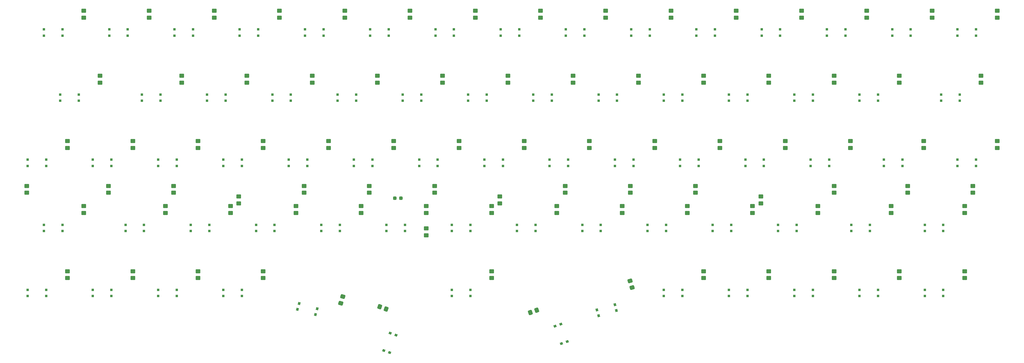
<source format=gtp>
G04 #@! TF.GenerationSoftware,KiCad,Pcbnew,(6.0.7-1)-1*
G04 #@! TF.CreationDate,2022-08-16T19:54:08+02:00*
G04 #@! TF.ProjectId,keychron-optical-keyboard,6b657963-6872-46f6-9e2d-6f7074696361,rev?*
G04 #@! TF.SameCoordinates,Original*
G04 #@! TF.FileFunction,Paste,Top*
G04 #@! TF.FilePolarity,Positive*
%FSLAX46Y46*%
G04 Gerber Fmt 4.6, Leading zero omitted, Abs format (unit mm)*
G04 Created by KiCad (PCBNEW (6.0.7-1)-1) date 2022-08-16 19:54:08*
%MOMM*%
%LPD*%
G01*
G04 APERTURE LIST*
G04 Aperture macros list*
%AMRoundRect*
0 Rectangle with rounded corners*
0 $1 Rounding radius*
0 $2 $3 $4 $5 $6 $7 $8 $9 X,Y pos of 4 corners*
0 Add a 4 corners polygon primitive as box body*
4,1,4,$2,$3,$4,$5,$6,$7,$8,$9,$2,$3,0*
0 Add four circle primitives for the rounded corners*
1,1,$1+$1,$2,$3*
1,1,$1+$1,$4,$5*
1,1,$1+$1,$6,$7*
1,1,$1+$1,$8,$9*
0 Add four rect primitives between the rounded corners*
20,1,$1+$1,$2,$3,$4,$5,0*
20,1,$1+$1,$4,$5,$6,$7,0*
20,1,$1+$1,$6,$7,$8,$9,0*
20,1,$1+$1,$8,$9,$2,$3,0*%
%AMRotRect*
0 Rectangle, with rotation*
0 The origin of the aperture is its center*
0 $1 length*
0 $2 width*
0 $3 Rotation angle, in degrees counterclockwise*
0 Add horizontal line*
21,1,$1,$2,0,0,$3*%
G04 Aperture macros list end*
%ADD10RoundRect,0.250000X0.450000X-0.350000X0.450000X0.350000X-0.450000X0.350000X-0.450000X-0.350000X0*%
%ADD11RoundRect,0.250000X-0.450000X0.350000X-0.450000X-0.350000X0.450000X-0.350000X0.450000X0.350000X0*%
%ADD12R,0.700000X0.800000*%
%ADD13RotRect,0.700000X0.800000X70.000000*%
%ADD14RoundRect,0.237500X-0.287500X-0.237500X0.287500X-0.237500X0.287500X0.237500X-0.287500X0.237500X0*%
%ADD15RoundRect,0.250000X-0.529041X0.212405X-0.336095X-0.460478X0.529041X-0.212405X0.336095X0.460478X0*%
%ADD16RotRect,0.700000X0.800000X110.000000*%
%ADD17RoundRect,0.250000X-0.482801X-0.303155X0.174983X-0.542569X0.482801X0.303155X-0.174983X0.542569X0*%
%ADD18RoundRect,0.250000X-0.174983X-0.542569X0.482801X-0.303155X0.174983X0.542569X-0.482801X0.303155X0*%
%ADD19RotRect,0.700000X0.800000X16.000000*%
%ADD20RoundRect,0.250000X-0.336095X0.460478X-0.529041X-0.212405X0.336095X-0.460478X0.529041X0.212405X0*%
%ADD21RotRect,0.700000X0.800000X344.000000*%
G04 APERTURE END LIST*
D10*
X186450000Y-50600000D03*
X186450000Y-48600000D03*
D11*
X32049999Y-16500000D03*
X32049999Y-18500000D03*
X288550000Y-16500000D03*
X288550000Y-18500000D03*
D12*
X268100000Y-2950000D03*
X268100000Y-4750000D03*
X262700000Y-4750000D03*
X262700000Y-2950000D03*
D11*
X79550000Y-73500000D03*
X79550000Y-75500000D03*
X217300000Y2500000D03*
X217300000Y500000D03*
X41550000Y-73500000D03*
X41550000Y-75500000D03*
X79550000Y-35500000D03*
X79550000Y-37500000D03*
D12*
X16350000Y-40950000D03*
X16350000Y-42750000D03*
X10950000Y-42750000D03*
X10950000Y-40950000D03*
D11*
X160300000Y2500000D03*
X160300000Y500000D03*
D10*
X127050000Y-63000000D03*
X127050000Y-61000000D03*
D12*
X277600000Y-78950000D03*
X277600000Y-80750000D03*
X272200000Y-80750000D03*
X272200000Y-78950000D03*
D11*
X245800000Y-73500000D03*
X245800000Y-75500000D03*
D12*
X92350000Y-40950000D03*
X92350000Y-42750000D03*
X86950000Y-42750000D03*
X86950000Y-40950000D03*
X139850000Y-59950000D03*
X139850000Y-61750000D03*
X134450000Y-61750000D03*
X134450000Y-59950000D03*
D11*
X131800000Y-16500000D03*
X131800000Y-18500000D03*
X60550000Y-35500000D03*
X60550000Y-37500000D03*
D12*
X135100000Y-2950000D03*
X135100000Y-4750000D03*
X129700000Y-4750000D03*
X129700000Y-2950000D03*
X73350000Y-78950000D03*
X73350000Y-80750000D03*
X67950000Y-80750000D03*
X67950000Y-78950000D03*
D11*
X141300000Y2500000D03*
X141300000Y500000D03*
D12*
X201600000Y-78950000D03*
X201600000Y-80750000D03*
X196200000Y-80750000D03*
X196200000Y-78950000D03*
D11*
X198300000Y2500000D03*
X198300000Y500000D03*
D12*
X282350000Y-21950000D03*
X282350000Y-23750000D03*
X276950000Y-23750000D03*
X276950000Y-21950000D03*
X187350000Y-40950000D03*
X187350000Y-42750000D03*
X181950000Y-42750000D03*
X181950000Y-40950000D03*
D11*
X27300000Y2500000D03*
X27300000Y500000D03*
D10*
X286200000Y-50600000D03*
X286200000Y-48600000D03*
D12*
X130350000Y-40950000D03*
X130350000Y-42750000D03*
X124950000Y-42750000D03*
X124950000Y-40950000D03*
D11*
X283800000Y-54500000D03*
X283800000Y-56500000D03*
D12*
X154100000Y-2950000D03*
X154100000Y-4750000D03*
X148700000Y-4750000D03*
X148700000Y-2950000D03*
D13*
X116490336Y-91535605D03*
X118181782Y-92151241D03*
X116334873Y-97225581D03*
X114643427Y-96609945D03*
D11*
X84300000Y2500000D03*
X84300000Y500000D03*
D12*
X287100000Y-2950000D03*
X287100000Y-4750000D03*
X281700000Y-4750000D03*
X281700000Y-2950000D03*
X87600000Y-21950000D03*
X87600000Y-23750000D03*
X82200000Y-23750000D03*
X82200000Y-21950000D03*
X220600000Y-78950000D03*
X220600000Y-80750000D03*
X215200000Y-80750000D03*
X215200000Y-78950000D03*
D11*
X93800000Y-16500000D03*
X93800000Y-18500000D03*
D10*
X91450000Y-50600000D03*
X91450000Y-48600000D03*
X167450000Y-50600000D03*
X167450000Y-48600000D03*
D12*
X249100000Y-2950000D03*
X249100000Y-4750000D03*
X243700000Y-4750000D03*
X243700000Y-2950000D03*
X101850000Y-59950000D03*
X101850000Y-61750000D03*
X96450000Y-61750000D03*
X96450000Y-59950000D03*
D11*
X293300000Y2500000D03*
X293300000Y500000D03*
D12*
X287100000Y-40950000D03*
X287100000Y-42750000D03*
X281700000Y-42750000D03*
X281700000Y-40950000D03*
D11*
X117550000Y-35500000D03*
X117550000Y-37500000D03*
D12*
X277600000Y-59950000D03*
X277600000Y-61750000D03*
X272200000Y-61750000D03*
X272200000Y-59950000D03*
D11*
X146050000Y-73500000D03*
X146050000Y-75500000D03*
X174550000Y-35500000D03*
X174550000Y-37500000D03*
X271925000Y-35500000D03*
X271925000Y-37500000D03*
X122300000Y2500000D03*
X122300000Y500000D03*
D12*
X106600000Y-21950000D03*
X106600000Y-23750000D03*
X101200000Y-23750000D03*
X101200000Y-21950000D03*
X220600000Y-21950000D03*
X220600000Y-23750000D03*
X215200000Y-23750000D03*
X215200000Y-21950000D03*
D10*
X205450000Y-50600000D03*
X205450000Y-48600000D03*
D12*
X239600000Y-21950000D03*
X239600000Y-23750000D03*
X234200000Y-23750000D03*
X234200000Y-21950000D03*
X244350000Y-40950000D03*
X244350000Y-42750000D03*
X238950000Y-42750000D03*
X238950000Y-40950000D03*
D11*
X231550000Y-35500000D03*
X231550000Y-37500000D03*
D12*
X40100000Y-2950000D03*
X40100000Y-4750000D03*
X34700000Y-4750000D03*
X34700000Y-2950000D03*
D14*
X117875000Y-52200000D03*
X119625000Y-52200000D03*
D12*
X63850000Y-59950000D03*
X63850000Y-61750000D03*
X58450000Y-61750000D03*
X58450000Y-59950000D03*
X149350000Y-40950000D03*
X149350000Y-42750000D03*
X143950000Y-42750000D03*
X143950000Y-40950000D03*
X116100000Y-2950000D03*
X116100000Y-4750000D03*
X110700000Y-4750000D03*
X110700000Y-2950000D03*
D11*
X293300000Y-35500000D03*
X293300000Y-37500000D03*
X226800000Y-16500000D03*
X226800000Y-18500000D03*
D12*
X258600000Y-21950000D03*
X258600000Y-23750000D03*
X253200000Y-23750000D03*
X253200000Y-21950000D03*
D11*
X103300000Y2500000D03*
X103300000Y500000D03*
D12*
X163600000Y-21950000D03*
X163600000Y-23750000D03*
X158200000Y-23750000D03*
X158200000Y-21950000D03*
D11*
X264800000Y-73500000D03*
X264800000Y-75500000D03*
D15*
X186389379Y-76309055D03*
X186940653Y-78231579D03*
D12*
X139850000Y-78950000D03*
X139850000Y-80750000D03*
X134450000Y-80750000D03*
X134450000Y-78950000D03*
D11*
X283800000Y-73500000D03*
X283800000Y-75500000D03*
X112800000Y-16500000D03*
X112800000Y-18500000D03*
X41550000Y-35500000D03*
X41550000Y-37500000D03*
D12*
X173100000Y-2950000D03*
X173100000Y-4750000D03*
X167700000Y-4750000D03*
X167700000Y-2950000D03*
D11*
X27300000Y-54500000D03*
X27300000Y-56500000D03*
X65300000Y2500000D03*
X65300000Y500000D03*
X55800000Y-16500000D03*
X55800000Y-18500000D03*
D12*
X44850000Y-59950000D03*
X44850000Y-61750000D03*
X39450000Y-61750000D03*
X39450000Y-59950000D03*
X201600000Y-21950000D03*
X201600000Y-23750000D03*
X196200000Y-23750000D03*
X196200000Y-21950000D03*
X54350000Y-40950000D03*
X54350000Y-42750000D03*
X48950000Y-42750000D03*
X48950000Y-40950000D03*
X168350000Y-40950000D03*
X168350000Y-42750000D03*
X162950000Y-42750000D03*
X162950000Y-40950000D03*
D10*
X10700000Y-50600000D03*
X10700000Y-48600000D03*
D12*
X68600000Y-21950000D03*
X68600000Y-23750000D03*
X63200000Y-23750000D03*
X63200000Y-21950000D03*
D11*
X22550000Y-35500000D03*
X22550000Y-37500000D03*
D12*
X196850000Y-59950000D03*
X196850000Y-61750000D03*
X191450000Y-61750000D03*
X191450000Y-59950000D03*
D10*
X72450000Y-53700000D03*
X72450000Y-51700000D03*
D11*
X207800000Y-16500000D03*
X207800000Y-18500000D03*
D10*
X245825000Y-50600000D03*
X245825000Y-48600000D03*
X110450000Y-50600000D03*
X110450000Y-48600000D03*
D12*
X211100000Y-2950000D03*
X211100000Y-4750000D03*
X205700000Y-4750000D03*
X205700000Y-2950000D03*
X215850000Y-59950000D03*
X215850000Y-61750000D03*
X210450000Y-61750000D03*
X210450000Y-59950000D03*
D11*
X250550000Y-35500000D03*
X250550000Y-37500000D03*
D16*
X164553851Y-89517686D03*
X166245298Y-88902050D03*
X168092206Y-93976390D03*
X166400760Y-94592026D03*
D11*
X98550000Y-35500000D03*
X98550000Y-37500000D03*
D12*
X73350000Y-40950000D03*
X73350000Y-42750000D03*
X67950000Y-42750000D03*
X67950000Y-40950000D03*
X120850000Y-59950000D03*
X120850000Y-61750000D03*
X115450000Y-61750000D03*
X115450000Y-59950000D03*
X230100000Y-2950000D03*
X230100000Y-4750000D03*
X224700000Y-4750000D03*
X224700000Y-2950000D03*
D11*
X236300000Y2500000D03*
X236300000Y500000D03*
D12*
X182600000Y-21950000D03*
X182600000Y-23750000D03*
X177200000Y-23750000D03*
X177200000Y-21950000D03*
D11*
X241050000Y-54500000D03*
X241050000Y-56500000D03*
X226800000Y-73500000D03*
X226800000Y-75500000D03*
X74800000Y-16500000D03*
X74800000Y-18500000D03*
D17*
X113489535Y-83845501D03*
X115368921Y-84529541D03*
D11*
X188800000Y-16500000D03*
X188800000Y-18500000D03*
X136550000Y-35500000D03*
X136550000Y-37500000D03*
D10*
X34450000Y-50600000D03*
X34450000Y-48600000D03*
D12*
X225350000Y-40950000D03*
X225350000Y-42750000D03*
X219950000Y-42750000D03*
X219950000Y-40950000D03*
D11*
X70050000Y-54500000D03*
X70050000Y-56500000D03*
X155550000Y-35500000D03*
X155550000Y-37500000D03*
D12*
X59100000Y-2950000D03*
X59100000Y-4750000D03*
X53700000Y-4750000D03*
X53700000Y-2950000D03*
D11*
X212550000Y-35500000D03*
X212550000Y-37500000D03*
D12*
X82850000Y-59950000D03*
X82850000Y-61750000D03*
X77450000Y-61750000D03*
X77450000Y-59950000D03*
D11*
X245800000Y-16500000D03*
X245800000Y-18500000D03*
X184050000Y-54500000D03*
X184050000Y-56500000D03*
D18*
X157312001Y-85555601D03*
X159191387Y-84871561D03*
D12*
X21100000Y-2950000D03*
X21100000Y-4750000D03*
X15700000Y-4750000D03*
X15700000Y-2950000D03*
D11*
X127050000Y-54500000D03*
X127050000Y-56500000D03*
D12*
X78100000Y-2950000D03*
X78100000Y-4750000D03*
X72700000Y-4750000D03*
X72700000Y-2950000D03*
X21100000Y-59950000D03*
X21100000Y-61750000D03*
X15700000Y-61750000D03*
X15700000Y-59950000D03*
X35350000Y-40950000D03*
X35350000Y-42750000D03*
X29950000Y-42750000D03*
X29950000Y-40950000D03*
D11*
X262425000Y-54500000D03*
X262425000Y-56500000D03*
X207800000Y-73500000D03*
X207800000Y-75500000D03*
D10*
X148450000Y-53700000D03*
X148450000Y-51700000D03*
D11*
X22550000Y-73500000D03*
X22550000Y-75500000D03*
D12*
X206350000Y-40950000D03*
X206350000Y-42750000D03*
X200950000Y-42750000D03*
X200950000Y-40950000D03*
D11*
X222050000Y-54500000D03*
X222050000Y-56500000D03*
D12*
X54350000Y-78950000D03*
X54350000Y-80750000D03*
X48950000Y-80750000D03*
X48950000Y-78950000D03*
D11*
X60550000Y-73500000D03*
X60550000Y-75500000D03*
D12*
X192100000Y-2950000D03*
X192100000Y-4750000D03*
X186700000Y-4750000D03*
X186700000Y-2950000D03*
D11*
X46300000Y2500000D03*
X46300000Y500000D03*
X150800000Y-16500000D03*
X150800000Y-18500000D03*
D12*
X25850000Y-21950000D03*
X25850000Y-23750000D03*
X20450000Y-23750000D03*
X20450000Y-21950000D03*
X239600000Y-78950000D03*
X239600000Y-80750000D03*
X234200000Y-80750000D03*
X234200000Y-78950000D03*
X35350000Y-78950000D03*
X35350000Y-80750000D03*
X29950000Y-80750000D03*
X29950000Y-78950000D03*
D10*
X129450000Y-50600000D03*
X129450000Y-48600000D03*
D11*
X108050000Y-54500000D03*
X108050000Y-56500000D03*
D12*
X256225000Y-59950000D03*
X256225000Y-61750000D03*
X250825000Y-61750000D03*
X250825000Y-59950000D03*
D11*
X146050000Y-54500000D03*
X146050000Y-56500000D03*
X255300000Y2500000D03*
X255300000Y500000D03*
X264800000Y-16500000D03*
X264800000Y-18500000D03*
D10*
X53450000Y-50600000D03*
X53450000Y-48600000D03*
D12*
X258600000Y-78950000D03*
X258600000Y-80750000D03*
X253200000Y-80750000D03*
X253200000Y-78950000D03*
X49600000Y-21950000D03*
X49600000Y-23750000D03*
X44200000Y-23750000D03*
X44200000Y-21950000D03*
X177850000Y-59950000D03*
X177850000Y-61750000D03*
X172450000Y-61750000D03*
X172450000Y-59950000D03*
D11*
X193550000Y-35500000D03*
X193550000Y-37500000D03*
D19*
X181931780Y-83256884D03*
X182427927Y-84987155D03*
X177237114Y-86475596D03*
X176740967Y-84745325D03*
D11*
X169800000Y-16500000D03*
X169800000Y-18500000D03*
X203050000Y-54500000D03*
X203050000Y-56500000D03*
X51050000Y-54500000D03*
X51050000Y-56500000D03*
D12*
X16350000Y-78950000D03*
X16350000Y-80750000D03*
X10950000Y-80750000D03*
X10950000Y-78950000D03*
D20*
X102692565Y-80884636D03*
X102141291Y-82807160D03*
D12*
X158850000Y-59950000D03*
X158850000Y-61750000D03*
X153450000Y-61750000D03*
X153450000Y-59950000D03*
D11*
X179300000Y2500000D03*
X179300000Y500000D03*
D21*
X95230519Y-84414560D03*
X94734372Y-86144832D03*
X89543559Y-84656390D03*
X90039706Y-82926119D03*
D11*
X89050000Y-54500000D03*
X89050000Y-56500000D03*
D12*
X125600000Y-21950000D03*
X125600000Y-23750000D03*
X120200000Y-23750000D03*
X120200000Y-21950000D03*
D10*
X224450000Y-53700000D03*
X224450000Y-51700000D03*
D11*
X165050000Y-54500000D03*
X165050000Y-56500000D03*
X274300000Y2500000D03*
X274300000Y500000D03*
D12*
X144600000Y-21950000D03*
X144600000Y-23750000D03*
X139200000Y-23750000D03*
X139200000Y-21950000D03*
D10*
X267200000Y-50600000D03*
X267200000Y-48600000D03*
D12*
X265725000Y-40950000D03*
X265725000Y-42750000D03*
X260325000Y-42750000D03*
X260325000Y-40950000D03*
X234850000Y-59950000D03*
X234850000Y-61750000D03*
X229450000Y-61750000D03*
X229450000Y-59950000D03*
X97100000Y-2950000D03*
X97100000Y-4750000D03*
X91700000Y-4750000D03*
X91700000Y-2950000D03*
X111350000Y-40950000D03*
X111350000Y-42750000D03*
X105950000Y-42750000D03*
X105950000Y-40950000D03*
M02*

</source>
